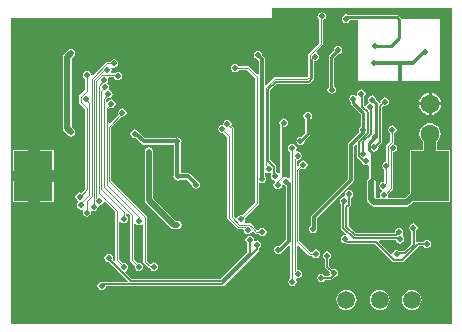
<source format=gbl>
G04 Layer_Physical_Order=2*
G04 Layer_Color=16711680*
%FSLAX25Y25*%
%MOIN*%
G70*
G01*
G75*
%ADD32C,0.01000*%
%ADD33C,0.00600*%
%ADD34C,0.00400*%
%ADD35C,0.01200*%
%ADD37C,0.01402*%
%ADD38C,0.02000*%
%ADD40C,0.00492*%
%ADD42C,0.00500*%
%ADD54C,0.06299*%
%ADD55C,0.05906*%
%ADD56C,0.01969*%
%ADD57R,0.12598X0.16535*%
%ADD58C,0.03937*%
%ADD59R,0.01500X0.03581*%
G36*
X146868Y-2764D02*
X1Y-2764D01*
Y99366D01*
X86862D01*
X86862Y102648D01*
X146868D01*
Y-2764D01*
D02*
G37*
%LPC*%
G36*
X14203Y46106D02*
X7904D01*
Y37838D01*
X14203D01*
Y46106D01*
D02*
G37*
G36*
X6904D02*
X605D01*
Y37838D01*
X6904D01*
Y46106D01*
D02*
G37*
G36*
X112692Y41929D02*
X112152Y41822D01*
X111694Y41516D01*
X111388Y41058D01*
X111281Y40518D01*
X111362Y40112D01*
X111120Y39776D01*
X110988Y39676D01*
X110931Y39687D01*
X110391Y39580D01*
X109933Y39274D01*
X109627Y38816D01*
X109520Y38276D01*
X109627Y37736D01*
X109933Y37278D01*
X110104Y37164D01*
Y29199D01*
X110159Y28926D01*
X110313Y28694D01*
X111606Y27402D01*
X111360Y26941D01*
X111266Y26959D01*
X110726Y26852D01*
X110268Y26546D01*
X109962Y26088D01*
X109855Y25548D01*
X109962Y25008D01*
X110268Y24550D01*
X110726Y24244D01*
X111266Y24137D01*
X111623Y24208D01*
X111777Y24105D01*
X112050Y24050D01*
X121301D01*
X127256Y18095D01*
X127488Y17941D01*
X127761Y17886D01*
X130436D01*
X130709Y17941D01*
X130941Y18095D01*
X136058Y23212D01*
X137328D01*
X137541Y22894D01*
X137999Y22588D01*
X138539Y22481D01*
X139079Y22588D01*
X139537Y22894D01*
X139843Y23352D01*
X139950Y23892D01*
X139843Y24432D01*
X139537Y24890D01*
X139079Y25196D01*
X138539Y25303D01*
X137999Y25196D01*
X137541Y24890D01*
X137374Y24640D01*
X135762D01*
X135489Y24585D01*
X135384Y24515D01*
X134884Y24703D01*
Y28197D01*
X135150Y28375D01*
X135456Y28833D01*
X135563Y29373D01*
X135456Y29913D01*
X135150Y30371D01*
X134692Y30677D01*
X134152Y30784D01*
X133612Y30677D01*
X133154Y30371D01*
X132848Y29913D01*
X132741Y29373D01*
X132848Y28833D01*
X133154Y28375D01*
X133456Y28173D01*
Y24044D01*
X131091Y21679D01*
X129461D01*
X129157Y21882D01*
X128617Y21989D01*
X128077Y21882D01*
X127619Y21576D01*
X127313Y21118D01*
X127254Y20823D01*
X126720Y20650D01*
X122694Y24676D01*
X122885Y25138D01*
X128186D01*
X128223Y24950D01*
X128529Y24492D01*
X128987Y24186D01*
X129527Y24079D01*
X130067Y24186D01*
X130525Y24492D01*
X130831Y24950D01*
X130938Y25490D01*
X130831Y26030D01*
X130525Y26488D01*
X130512Y26496D01*
X130494Y27110D01*
X130715Y27441D01*
X130822Y27981D01*
X130715Y28521D01*
X130409Y28979D01*
X129951Y29285D01*
X129411Y29392D01*
X128871Y29285D01*
X128413Y28979D01*
X128107Y28521D01*
X128000Y27981D01*
X127572Y27566D01*
X114875D01*
X112532Y29909D01*
Y35974D01*
X113120Y36563D01*
X113275Y36794D01*
X113329Y37067D01*
Y39279D01*
X113690Y39520D01*
X113996Y39978D01*
X114103Y40518D01*
X113996Y41058D01*
X113690Y41516D01*
X113232Y41822D01*
X112692Y41929D01*
D02*
G37*
G36*
X6904Y55374D02*
X605D01*
Y47106D01*
X6904D01*
Y55374D01*
D02*
G37*
G36*
X41227Y62128D02*
X40687Y62021D01*
X40229Y61715D01*
X39923Y61257D01*
X39816Y60717D01*
X39923Y60177D01*
X40229Y59719D01*
X40687Y59413D01*
X41227Y59306D01*
X41464Y59353D01*
X43509Y57307D01*
X43874Y57064D01*
X44303Y56979D01*
X54313D01*
Y47104D01*
X54250Y47010D01*
X54143Y46470D01*
X54250Y45930D01*
X54556Y45472D01*
X55014Y45166D01*
X55554Y45059D01*
X56094Y45166D01*
X56366Y45348D01*
X58526D01*
X60268Y43606D01*
X60347Y43207D01*
X60653Y42749D01*
X61111Y42443D01*
X61651Y42336D01*
X62191Y42443D01*
X62649Y42749D01*
X62955Y43207D01*
X63062Y43747D01*
X62955Y44287D01*
X62649Y44745D01*
X62191Y45051D01*
X61949Y45099D01*
X59785Y47264D01*
X59421Y47507D01*
X58991Y47592D01*
X56557D01*
Y57289D01*
X56739Y57561D01*
X56846Y58101D01*
X56739Y58641D01*
X56433Y59099D01*
X55975Y59405D01*
X55435Y59512D01*
X54895Y59405D01*
X54623Y59223D01*
X44768D01*
X42481Y61511D01*
X42265Y61654D01*
X42225Y61715D01*
X41767Y62021D01*
X41227Y62128D01*
D02*
G37*
G36*
X122878Y8700D02*
X122003Y8584D01*
X121187Y8247D01*
X120487Y7709D01*
X119949Y7009D01*
X119612Y6193D01*
X119496Y5318D01*
X119612Y4443D01*
X119949Y3627D01*
X120487Y2927D01*
X121187Y2389D01*
X122003Y2052D01*
X122878Y1936D01*
X123753Y2052D01*
X124569Y2389D01*
X125269Y2927D01*
X125807Y3627D01*
X126145Y4443D01*
X126260Y5318D01*
X126145Y6193D01*
X125807Y7009D01*
X125269Y7709D01*
X124569Y8247D01*
X123753Y8584D01*
X122878Y8700D01*
D02*
G37*
G36*
X111783D02*
X110908Y8584D01*
X110092Y8247D01*
X109392Y7709D01*
X108854Y7009D01*
X108517Y6193D01*
X108401Y5318D01*
X108517Y4443D01*
X108854Y3627D01*
X109392Y2927D01*
X110092Y2389D01*
X110908Y2052D01*
X111783Y1936D01*
X112658Y2052D01*
X113474Y2389D01*
X114174Y2927D01*
X114712Y3627D01*
X115050Y4443D01*
X115165Y5318D01*
X115050Y6193D01*
X114712Y7009D01*
X114174Y7709D01*
X113474Y8247D01*
X112658Y8584D01*
X111783Y8700D01*
D02*
G37*
G36*
X133553D02*
X132678Y8584D01*
X131862Y8247D01*
X131162Y7709D01*
X130624Y7009D01*
X130287Y6193D01*
X130171Y5318D01*
X130287Y4443D01*
X130624Y3627D01*
X131162Y2927D01*
X131862Y2389D01*
X132678Y2052D01*
X133553Y1936D01*
X134428Y2052D01*
X135244Y2389D01*
X135944Y2927D01*
X136482Y3627D01*
X136820Y4443D01*
X136935Y5318D01*
X136820Y6193D01*
X136482Y7009D01*
X135944Y7709D01*
X135244Y8247D01*
X134428Y8584D01*
X133553Y8700D01*
D02*
G37*
G36*
X45968Y56188D02*
X45422Y56080D01*
X44959Y55770D01*
X44649Y55307D01*
X44541Y54761D01*
Y38554D01*
X44541Y38554D01*
X44649Y38008D01*
X44959Y37545D01*
X53214Y29290D01*
X53214Y29290D01*
X53677Y28980D01*
X54223Y28872D01*
X55491D01*
X56037Y28980D01*
X56500Y29290D01*
X56810Y29753D01*
X56918Y30299D01*
X56810Y30845D01*
X56500Y31308D01*
X56037Y31618D01*
X55491Y31726D01*
X54814D01*
X47395Y39145D01*
Y54741D01*
X47399Y54761D01*
X47292Y55301D01*
X46986Y55759D01*
X46984Y55760D01*
X46977Y55770D01*
X46514Y56080D01*
X45968Y56188D01*
D02*
G37*
G36*
X105313Y21476D02*
X104773Y21369D01*
X104315Y21063D01*
X104009Y20605D01*
X103902Y20065D01*
X104009Y19525D01*
X104315Y19067D01*
X104650Y18843D01*
Y16379D01*
X104701Y16125D01*
X104844Y15910D01*
X106184Y14571D01*
X106112Y14210D01*
X106177Y13880D01*
X105896Y13440D01*
X105812Y13380D01*
X104629D01*
X104468Y13621D01*
X104010Y13927D01*
X103470Y14034D01*
X102930Y13927D01*
X102472Y13621D01*
X102166Y13163D01*
X102059Y12623D01*
X102166Y12083D01*
X102472Y11625D01*
X102930Y11319D01*
X103470Y11212D01*
X104010Y11319D01*
X104468Y11625D01*
X104755Y12054D01*
X106533D01*
X106787Y12105D01*
X107002Y12248D01*
X107559Y12806D01*
X108063Y12906D01*
X108521Y13212D01*
X108827Y13670D01*
X108934Y14210D01*
X108827Y14750D01*
X108521Y15208D01*
X108063Y15514D01*
X107523Y15621D01*
X107093Y15536D01*
X105976Y16654D01*
Y18843D01*
X106311Y19067D01*
X106617Y19525D01*
X106724Y20065D01*
X106617Y20605D01*
X106311Y21063D01*
X105853Y21369D01*
X105313Y21476D01*
D02*
G37*
G36*
X14203Y55374D02*
X7904D01*
Y47106D01*
X14203D01*
Y55374D01*
D02*
G37*
G36*
X103535Y101183D02*
X102995Y101076D01*
X102537Y100770D01*
X102231Y100312D01*
X102124Y99772D01*
X102231Y99232D01*
X102537Y98774D01*
X102713Y98657D01*
Y90942D01*
X99116Y87345D01*
X98926Y86885D01*
Y79943D01*
X98520Y79538D01*
X87872D01*
X87413Y79347D01*
X85157Y77091D01*
X84695Y77283D01*
Y85647D01*
X84617Y86037D01*
X84396Y86368D01*
X83742Y87022D01*
X83673Y87369D01*
X83367Y87827D01*
X82909Y88133D01*
X82369Y88240D01*
X81829Y88133D01*
X81371Y87827D01*
X81065Y87369D01*
X80958Y86829D01*
X81065Y86289D01*
X81371Y85831D01*
X81829Y85525D01*
X82369Y85418D01*
X82656Y85017D01*
Y80626D01*
X82156Y80419D01*
X79402Y83173D01*
X79188Y83316D01*
X78936Y83366D01*
X78936Y83366D01*
X75863D01*
X75652Y83681D01*
X75194Y83987D01*
X74654Y84094D01*
X74114Y83987D01*
X73656Y83681D01*
X73350Y83223D01*
X73243Y82683D01*
X73350Y82143D01*
X73656Y81685D01*
X74114Y81379D01*
X74654Y81272D01*
X75194Y81379D01*
X75652Y81685D01*
X75895Y82048D01*
X78663D01*
X81287Y79424D01*
Y37769D01*
X76972Y33453D01*
X76555Y33536D01*
X76015Y33429D01*
X75557Y33123D01*
X75311Y32754D01*
X74766Y32592D01*
X74168Y33189D01*
Y62547D01*
X73978Y63006D01*
X73467Y63517D01*
X73553Y63952D01*
X73446Y64492D01*
X73140Y64950D01*
X72682Y65256D01*
X72142Y65363D01*
X71602Y65256D01*
X71144Y64950D01*
X70838Y64492D01*
X70731Y63952D01*
X70365Y63643D01*
X69947Y63560D01*
X69489Y63254D01*
X69183Y62796D01*
X69076Y62256D01*
X69183Y61716D01*
X69489Y61258D01*
X69947Y60952D01*
X70487Y60845D01*
X70783Y60904D01*
X72070Y59617D01*
Y32589D01*
X72260Y32130D01*
X75245Y29145D01*
X75704Y28955D01*
X77266D01*
X77537Y28625D01*
X77644Y28085D01*
X77950Y27627D01*
X78408Y27321D01*
X78948Y27214D01*
X79488Y27321D01*
X79946Y27627D01*
X80192Y27995D01*
X80737Y28157D01*
X81359Y27536D01*
X81818Y27346D01*
X82556D01*
X82814Y26960D01*
X83272Y26654D01*
X83812Y26547D01*
X84352Y26654D01*
X84810Y26960D01*
X85116Y27418D01*
X85223Y27958D01*
X85116Y28498D01*
X84810Y28956D01*
X84352Y29262D01*
X83812Y29369D01*
X83272Y29262D01*
X82814Y28956D01*
X82606Y28644D01*
X82087D01*
X80992Y29740D01*
X80992Y29740D01*
X79869Y30863D01*
X79409Y31053D01*
X78105D01*
X77838Y31553D01*
X77859Y31585D01*
X77966Y32125D01*
X77890Y32509D01*
X82412Y37030D01*
X82412Y37030D01*
X82555Y37244D01*
X82605Y37496D01*
Y44158D01*
X83105Y44425D01*
X83183Y44373D01*
X83723Y44266D01*
X84263Y44373D01*
X84721Y44679D01*
X85027Y45137D01*
X85134Y45677D01*
X85027Y46217D01*
X84721Y46675D01*
X84695Y46692D01*
Y47752D01*
X84968Y47888D01*
X85195Y47944D01*
X85604Y47671D01*
X86144Y47564D01*
X86509Y47636D01*
X86826Y47210D01*
X86719Y47050D01*
X86612Y46510D01*
X86719Y45970D01*
X87025Y45512D01*
X87483Y45206D01*
X87770Y45149D01*
X87888Y44626D01*
X87582Y44168D01*
X87475Y43628D01*
X87582Y43088D01*
X87888Y42630D01*
X88346Y42324D01*
X88886Y42217D01*
X89426Y42324D01*
X89884Y42630D01*
X90190Y43088D01*
X90289Y43586D01*
X90431Y43664D01*
X90674Y43729D01*
X90782Y43753D01*
X91234Y43451D01*
X91513Y43396D01*
Y27888D01*
X91518Y27863D01*
X91517Y27857D01*
Y25386D01*
X89483Y23351D01*
X89096Y23428D01*
X88556Y23321D01*
X88098Y23015D01*
X87792Y22557D01*
X87685Y22017D01*
X87792Y21477D01*
X88098Y21019D01*
X88556Y20713D01*
X89096Y20606D01*
X89636Y20713D01*
X90094Y21019D01*
X90253Y21258D01*
X90311Y21296D01*
X92649Y23634D01*
X93111Y23442D01*
Y12555D01*
X92816Y12358D01*
X92510Y11900D01*
X92403Y11360D01*
X92510Y10820D01*
X92816Y10362D01*
X93274Y10056D01*
X93814Y9949D01*
X94354Y10056D01*
X94812Y10362D01*
X95118Y10820D01*
X95225Y11360D01*
X95118Y11900D01*
X95015Y12055D01*
X95315Y12505D01*
X95532Y12462D01*
X96072Y12569D01*
X96530Y12875D01*
X96836Y13333D01*
X96943Y13873D01*
X96836Y14413D01*
X96530Y14871D01*
X96072Y15177D01*
X95532Y15284D01*
X95209Y15549D01*
Y23450D01*
X95671Y23641D01*
X99047Y20266D01*
X99506Y20076D01*
X100372D01*
X100627Y19694D01*
X101085Y19388D01*
X101625Y19281D01*
X102165Y19388D01*
X102623Y19694D01*
X102929Y20152D01*
X103036Y20692D01*
X102929Y21232D01*
X102623Y21690D01*
X102165Y21996D01*
X101625Y22103D01*
X101085Y21996D01*
X100627Y21690D01*
X100416Y21374D01*
X99775D01*
X96009Y25140D01*
Y48412D01*
X96756Y49159D01*
X96909Y49057D01*
X97449Y48950D01*
X97989Y49057D01*
X98447Y49363D01*
X98753Y49821D01*
X98860Y50361D01*
X98753Y50901D01*
X98447Y51359D01*
X97989Y51665D01*
X97449Y51772D01*
X96909Y51665D01*
X96451Y51359D01*
X96145Y50901D01*
X96038Y50361D01*
X96052Y50291D01*
X95671Y49911D01*
X95209Y50102D01*
Y51707D01*
X95519Y51961D01*
X96059Y52068D01*
X96517Y52374D01*
X96823Y52832D01*
X96930Y53372D01*
X96823Y53912D01*
X96517Y54370D01*
X96059Y54676D01*
X95519Y54783D01*
X95240Y54728D01*
X94940Y55178D01*
X95064Y55364D01*
X95171Y55904D01*
X95064Y56444D01*
X94758Y56902D01*
X94300Y57208D01*
X93760Y57315D01*
X93220Y57208D01*
X92762Y56902D01*
X92456Y56444D01*
X92349Y55904D01*
X92456Y55364D01*
X92762Y54906D01*
X93111Y54673D01*
Y46082D01*
X93102Y46074D01*
X92611Y45861D01*
X92314Y46059D01*
X91774Y46166D01*
X91272Y46067D01*
X91226Y46079D01*
X91162Y46113D01*
X90810Y46377D01*
Y62947D01*
X90860Y62988D01*
X91400Y63095D01*
X91858Y63401D01*
X92164Y63859D01*
X92271Y64399D01*
X92164Y64939D01*
X91858Y65397D01*
X91400Y65703D01*
X90860Y65810D01*
X90320Y65703D01*
X89862Y65397D01*
X89556Y64939D01*
X89449Y64399D01*
X89556Y63859D01*
X89569Y63839D01*
X89512Y63700D01*
Y47674D01*
X89021Y47508D01*
X88563Y47814D01*
X88441Y47838D01*
Y49652D01*
X88390Y49905D01*
X88247Y50121D01*
X86388Y51979D01*
Y75265D01*
X88499Y77376D01*
X99178D01*
X99432Y77426D01*
X99647Y77570D01*
X100894Y78816D01*
X101037Y79031D01*
X101088Y79285D01*
Y84781D01*
X101278Y84937D01*
X101818Y85044D01*
X102276Y85350D01*
X102582Y85808D01*
X102689Y86348D01*
X102582Y86888D01*
X102276Y87346D01*
X101907Y87592D01*
X101745Y88137D01*
X103821Y90213D01*
X104011Y90672D01*
Y98455D01*
X104075Y98468D01*
X104533Y98774D01*
X104839Y99232D01*
X104946Y99772D01*
X104839Y100312D01*
X104533Y100770D01*
X104075Y101076D01*
X103535Y101183D01*
D02*
G37*
G36*
X116752Y75480D02*
X116212Y75373D01*
X115754Y75067D01*
X115448Y74609D01*
X115341Y74069D01*
X115422Y73658D01*
X115065Y73356D01*
X115016Y73334D01*
X114680Y73558D01*
X114140Y73665D01*
X113600Y73558D01*
X113142Y73252D01*
X112836Y72794D01*
X112729Y72254D01*
X112836Y71714D01*
X113142Y71256D01*
X113222Y71202D01*
Y70898D01*
X113292Y70547D01*
X113491Y70249D01*
X116518Y67222D01*
Y63159D01*
X116325Y63030D01*
X116019Y62572D01*
X115912Y62032D01*
X116019Y61492D01*
X116145Y61304D01*
X112492Y57652D01*
X112271Y57321D01*
X112193Y56931D01*
Y45620D01*
X100166Y33593D01*
X99945Y33262D01*
X99867Y32872D01*
Y30187D01*
X99687Y30066D01*
X99381Y29608D01*
X99274Y29068D01*
X99381Y28528D01*
X99687Y28070D01*
X100145Y27764D01*
X100685Y27657D01*
X101225Y27764D01*
X101683Y28070D01*
X101989Y28528D01*
X102096Y29068D01*
X101989Y29608D01*
X101907Y29731D01*
Y32450D01*
X113934Y44477D01*
X114155Y44808D01*
X114233Y45198D01*
Y56508D01*
X114726Y57002D01*
X115188Y56810D01*
Y53376D01*
X115238Y53123D01*
X115382Y52908D01*
X116904Y51385D01*
X116986Y50975D01*
X117292Y50517D01*
X117750Y50211D01*
X118290Y50104D01*
X118757Y50196D01*
X119219Y50003D01*
X119257Y49983D01*
Y45703D01*
X119083Y45586D01*
X118773Y45123D01*
X118665Y44577D01*
Y38784D01*
X118665Y38784D01*
X118773Y38238D01*
X119083Y37775D01*
X120038Y36819D01*
X120038Y36819D01*
X120501Y36510D01*
X121047Y36401D01*
X121047Y36401D01*
X131853D01*
X131853Y36401D01*
X132399Y36510D01*
X132862Y36819D01*
X133981Y37938D01*
X146347D01*
Y55274D01*
X142115D01*
Y58033D01*
X142232Y58122D01*
X142801Y58864D01*
X143158Y59727D01*
X143280Y60654D01*
X143158Y61581D01*
X142801Y62444D01*
X142232Y63186D01*
X141490Y63755D01*
X140627Y64112D01*
X139700Y64234D01*
X138773Y64112D01*
X137910Y63755D01*
X137168Y63186D01*
X136599Y62444D01*
X136242Y61581D01*
X136120Y60654D01*
X136242Y59727D01*
X136599Y58864D01*
X137168Y58122D01*
X137285Y58033D01*
Y55274D01*
X132949D01*
Y40944D01*
X131262Y39256D01*
X125915D01*
X125636Y39734D01*
X125639Y39756D01*
X125742Y40277D01*
X125700Y40488D01*
X127230Y42018D01*
X127420Y42477D01*
Y54452D01*
X127733Y54514D01*
X128191Y54820D01*
X128497Y55278D01*
X128604Y55818D01*
X128497Y56358D01*
X128191Y56816D01*
X127822Y57062D01*
X127714Y57196D01*
X127591Y57660D01*
X127695Y57911D01*
Y60780D01*
X128150Y61084D01*
X128456Y61542D01*
X128563Y62082D01*
X128456Y62622D01*
X128150Y63080D01*
X127692Y63386D01*
X127152Y63493D01*
X126612Y63386D01*
X126154Y63080D01*
X125848Y62622D01*
X125741Y62082D01*
X125848Y61542D01*
X126154Y61084D01*
X126397Y60922D01*
Y58180D01*
X125140Y56924D01*
X124950Y56464D01*
Y51303D01*
X124604Y51234D01*
X124146Y50928D01*
X123840Y50470D01*
X123733Y49930D01*
X123840Y49390D01*
X124146Y48932D01*
X124379Y48777D01*
Y44897D01*
X124139Y44700D01*
X123599Y44593D01*
X123141Y44287D01*
X122835Y43829D01*
X122728Y43289D01*
X122835Y42749D01*
X123141Y42291D01*
X123566Y42007D01*
X123608Y41800D01*
X123625Y41470D01*
X123333Y41275D01*
X123027Y40817D01*
X122920Y40277D01*
X123023Y39756D01*
X123026Y39734D01*
X122747Y39256D01*
X121639D01*
X121519Y39375D01*
Y44577D01*
X121411Y45123D01*
X121101Y45586D01*
X121092Y45593D01*
Y54246D01*
X121117Y54466D01*
X121530Y54804D01*
X121686Y54835D01*
X122144Y55141D01*
X122450Y55599D01*
X122557Y56139D01*
X122458Y56640D01*
X123402Y57584D01*
X123545Y57799D01*
X123596Y58053D01*
Y69521D01*
X124161Y70086D01*
X124556Y70008D01*
X125096Y70115D01*
X125554Y70421D01*
X125860Y70879D01*
X125967Y71419D01*
X125860Y71959D01*
X125554Y72417D01*
X125096Y72723D01*
X124556Y72830D01*
X124016Y72723D01*
X123558Y72417D01*
X123252Y71959D01*
X123145Y71419D01*
X123198Y71149D01*
X122935Y70909D01*
X122454Y71116D01*
X122415Y71313D01*
X122216Y71611D01*
X121792Y72035D01*
X121793Y72044D01*
X121686Y72584D01*
X121380Y73042D01*
X120922Y73348D01*
X120382Y73455D01*
X119842Y73348D01*
X119384Y73042D01*
X119078Y72584D01*
X118971Y72044D01*
X119078Y71504D01*
X119222Y71289D01*
X119149Y70801D01*
X119056Y70705D01*
X118685Y70457D01*
X118448Y70102D01*
X117955Y70096D01*
X117745Y70318D01*
Y73067D01*
X117750Y73071D01*
X118056Y73529D01*
X118163Y74069D01*
X118056Y74609D01*
X117750Y75067D01*
X117292Y75373D01*
X116752Y75480D01*
D02*
G37*
G36*
X111693Y100451D02*
X111153Y100344D01*
X110695Y100038D01*
X110389Y99580D01*
X110282Y99040D01*
X110389Y98500D01*
X110695Y98042D01*
X111153Y97736D01*
X111693Y97629D01*
X112233Y97736D01*
X112691Y98042D01*
X112997Y98500D01*
X113001Y98522D01*
X115520D01*
X115520Y78105D01*
X142833Y78105D01*
X142833Y98796D01*
X130210D01*
X130166Y99019D01*
X129967Y99317D01*
X129195Y100089D01*
X128897Y100288D01*
X128546Y100358D01*
X112164D01*
X111693Y100451D01*
D02*
G37*
G36*
X109022Y89955D02*
X108482Y89848D01*
X108024Y89542D01*
X107718Y89084D01*
X107611Y88544D01*
X107617Y88510D01*
X106156Y87049D01*
X105957Y86751D01*
X105887Y86400D01*
Y76432D01*
X105868Y76419D01*
X105562Y75961D01*
X105455Y75421D01*
X105562Y74881D01*
X105868Y74423D01*
X106326Y74117D01*
X106866Y74010D01*
X107406Y74117D01*
X107864Y74423D01*
X108170Y74881D01*
X108277Y75421D01*
X108170Y75961D01*
X107864Y76419D01*
X107723Y76513D01*
Y86020D01*
X108866Y87164D01*
X109022Y87133D01*
X109562Y87240D01*
X110020Y87546D01*
X110326Y88004D01*
X110433Y88544D01*
X110326Y89084D01*
X110020Y89542D01*
X109562Y89848D01*
X109022Y89955D01*
D02*
G37*
G36*
X34347Y85510D02*
X33807Y85403D01*
X33349Y85097D01*
X33116Y84748D01*
X32000D01*
X31541Y84558D01*
X27166Y80183D01*
X26980Y80215D01*
X26656Y80380D01*
X26571Y80807D01*
X26265Y81265D01*
X25807Y81571D01*
X25267Y81678D01*
X24727Y81571D01*
X24269Y81265D01*
X23963Y80807D01*
X23856Y80267D01*
X23963Y79727D01*
X24269Y79269D01*
X24618Y79036D01*
Y75322D01*
X22751Y73455D01*
X22561Y72996D01*
Y71263D01*
X22751Y70804D01*
X24582Y68973D01*
Y42393D01*
X23229Y41040D01*
X22831Y41119D01*
X22291Y41012D01*
X21833Y40706D01*
X21527Y40248D01*
X21420Y39708D01*
X21527Y39168D01*
X21833Y38710D01*
X22291Y38404D01*
X22326Y38397D01*
X22431Y37866D01*
X22323Y37794D01*
X22017Y37336D01*
X21910Y36796D01*
X22017Y36256D01*
X22323Y35798D01*
X22781Y35492D01*
X23321Y35385D01*
X23655Y35451D01*
X23956Y35001D01*
X23935Y34970D01*
X23828Y34430D01*
X23935Y33890D01*
X24241Y33432D01*
X24699Y33126D01*
X25239Y33019D01*
X25779Y33126D01*
X26237Y33432D01*
X26543Y33890D01*
X26650Y34430D01*
X26594Y34715D01*
X26778Y34891D01*
X27036Y35055D01*
X27504Y34962D01*
X28044Y35069D01*
X28502Y35375D01*
X28808Y35833D01*
X28915Y36373D01*
X29351Y36748D01*
X29477Y36723D01*
X30017Y36830D01*
X30475Y37136D01*
X30781Y37594D01*
X30849Y37938D01*
X31358Y38135D01*
X31360D01*
X34746Y34749D01*
Y18622D01*
X34774Y18554D01*
X34350Y18271D01*
X33878Y18742D01*
X33976Y19235D01*
X33869Y19775D01*
X33563Y20233D01*
X33105Y20539D01*
X32565Y20646D01*
X32025Y20539D01*
X31567Y20233D01*
X31261Y19775D01*
X31154Y19235D01*
X31261Y18695D01*
X31567Y18237D01*
X32025Y17931D01*
X32565Y17824D01*
X32743Y17859D01*
X38936Y11666D01*
X38745Y11204D01*
X30884D01*
X30732Y11305D01*
X30192Y11412D01*
X29652Y11305D01*
X29194Y10999D01*
X28888Y10541D01*
X28781Y10001D01*
X28888Y9461D01*
X29194Y9003D01*
X29652Y8697D01*
X30192Y8590D01*
X30732Y8697D01*
X31190Y9003D01*
X31496Y9461D01*
X31559Y9776D01*
X70412D01*
X70685Y9831D01*
X70917Y9985D01*
X82567Y21635D01*
X82721Y21867D01*
X82776Y22140D01*
Y22554D01*
X83060Y22744D01*
X83366Y23202D01*
X83473Y23742D01*
X83366Y24282D01*
X83060Y24740D01*
X82602Y25046D01*
X82062Y25153D01*
X81522Y25046D01*
X81373Y24947D01*
X80923Y25247D01*
X80936Y25313D01*
X80829Y25853D01*
X80523Y26311D01*
X80065Y26617D01*
X79525Y26724D01*
X78985Y26617D01*
X78527Y26311D01*
X78221Y25853D01*
X78114Y25313D01*
X78221Y24773D01*
X78527Y24315D01*
X78811Y24125D01*
Y21313D01*
X69870Y12371D01*
X40249D01*
X38045Y14575D01*
X38101Y14759D01*
X38246Y15081D01*
X38645Y15348D01*
X38951Y15806D01*
X39058Y16346D01*
X38951Y16886D01*
X38645Y17344D01*
X38187Y17650D01*
X37647Y17757D01*
X37256Y17680D01*
X36044Y18891D01*
Y31356D01*
X36544Y31508D01*
X36650Y31350D01*
X37108Y31044D01*
X37648Y30937D01*
X38188Y31044D01*
X38646Y31350D01*
X38952Y31808D01*
X39059Y32348D01*
X38952Y32888D01*
X38646Y33346D01*
X38303Y33575D01*
X38318Y34047D01*
X38795Y34244D01*
X39589Y33451D01*
Y18670D01*
X39589Y18670D01*
X39639Y18418D01*
X39782Y18205D01*
X41263Y16724D01*
X41188Y16346D01*
X41295Y15806D01*
X41601Y15348D01*
X42059Y15042D01*
X42599Y14935D01*
X43139Y15042D01*
X43597Y15348D01*
X43903Y15806D01*
X44010Y16346D01*
X43903Y16886D01*
X43597Y17344D01*
X43139Y17650D01*
X42599Y17757D01*
X42176Y17673D01*
X40906Y18943D01*
Y30896D01*
X41406Y31041D01*
X41630Y30706D01*
X42088Y30400D01*
X42628Y30293D01*
X43168Y30400D01*
X43626Y30706D01*
X43648Y30738D01*
X44148Y30587D01*
Y18097D01*
X44338Y17638D01*
X45987Y15989D01*
X46293Y15862D01*
X46299Y15831D01*
X46605Y15373D01*
X47063Y15067D01*
X47603Y14960D01*
X48143Y15067D01*
X48601Y15373D01*
X48907Y15831D01*
X49014Y16371D01*
X48907Y16911D01*
X48601Y17369D01*
X48143Y17675D01*
X47603Y17782D01*
X47063Y17675D01*
X46605Y17369D01*
X46458Y17355D01*
X45446Y18366D01*
Y32822D01*
X45256Y33282D01*
X33293Y45245D01*
Y62791D01*
X36879Y66378D01*
X37140Y66326D01*
X37680Y66433D01*
X38138Y66739D01*
X38444Y67197D01*
X38551Y67737D01*
X38444Y68277D01*
X38138Y68735D01*
X37680Y69041D01*
X37140Y69148D01*
X36600Y69041D01*
X36142Y68735D01*
X35836Y68277D01*
X35729Y67737D01*
X35836Y67197D01*
X35846Y67182D01*
X32954Y64290D01*
X32493Y64481D01*
Y68900D01*
X32972Y69380D01*
X33435Y69288D01*
X33975Y69395D01*
X34433Y69701D01*
X34739Y70159D01*
X34846Y70699D01*
X34739Y71239D01*
X34433Y71697D01*
X33975Y72003D01*
X33435Y72110D01*
X32895Y72003D01*
X32437Y71697D01*
X32156Y71276D01*
X32120Y71272D01*
X31656Y71578D01*
Y72152D01*
X32040Y72536D01*
X32440Y72457D01*
X32980Y72564D01*
X33438Y72870D01*
X33744Y73328D01*
X33851Y73868D01*
X33744Y74408D01*
X33438Y74866D01*
X32980Y75172D01*
X32921Y75184D01*
X32675Y75716D01*
X32782Y76256D01*
X32675Y76796D01*
X32369Y77254D01*
X32027Y77482D01*
Y77627D01*
X32333Y78084D01*
X32441Y78624D01*
X32354Y79060D01*
X32625Y79560D01*
X34251D01*
X34299Y79317D01*
X34605Y78859D01*
X35063Y78553D01*
X35603Y78446D01*
X36143Y78553D01*
X36601Y78859D01*
X36907Y79317D01*
X37014Y79857D01*
X36907Y80397D01*
X36601Y80855D01*
X36143Y81161D01*
X35603Y81268D01*
X35063Y81161D01*
X34611Y80859D01*
X33665D01*
X33394Y81353D01*
X33501Y81893D01*
X33394Y82433D01*
X33350Y82499D01*
X33710Y82860D01*
X33807Y82795D01*
X34347Y82688D01*
X34887Y82795D01*
X35345Y83101D01*
X35651Y83559D01*
X35758Y84099D01*
X35651Y84639D01*
X35345Y85097D01*
X34887Y85403D01*
X34347Y85510D01*
D02*
G37*
G36*
X140200Y74269D02*
Y71154D01*
X143315D01*
X143256Y71607D01*
X142888Y72495D01*
X142303Y73257D01*
X141541Y73842D01*
X140653Y74210D01*
X140200Y74269D01*
D02*
G37*
G36*
X19859Y88943D02*
X19313Y88835D01*
X18850Y88525D01*
X17733Y87408D01*
X17423Y86945D01*
X17315Y86399D01*
X17315Y86399D01*
Y62443D01*
X17315Y62443D01*
X17423Y61897D01*
X17733Y61434D01*
X19004Y60163D01*
X19467Y59853D01*
X20013Y59745D01*
X20559Y59853D01*
X21022Y60163D01*
X21332Y60626D01*
X21440Y61172D01*
X21332Y61718D01*
X21022Y62181D01*
X20978Y62226D01*
X20971Y62236D01*
X20961Y62243D01*
X20169Y63034D01*
Y85808D01*
X20868Y86507D01*
X21178Y86970D01*
X21286Y87516D01*
X21178Y88062D01*
X20868Y88525D01*
X20405Y88835D01*
X19859Y88943D01*
D02*
G37*
G36*
X98870Y68025D02*
X98330Y67918D01*
X97872Y67612D01*
X97566Y67154D01*
X97459Y66614D01*
X97566Y66074D01*
X97872Y65616D01*
X97914Y65588D01*
Y60939D01*
X96580Y59605D01*
X96485Y59623D01*
X95945Y59516D01*
X95487Y59210D01*
X95181Y58752D01*
X95074Y58212D01*
X95181Y57672D01*
X95487Y57214D01*
X95945Y56908D01*
X96485Y56801D01*
X97025Y56908D01*
X97483Y57214D01*
X97789Y57672D01*
X97896Y58212D01*
X97878Y58307D01*
X99481Y59910D01*
X99680Y60208D01*
X99750Y60559D01*
Y65537D01*
X99868Y65616D01*
X100174Y66074D01*
X100281Y66614D01*
X100174Y67154D01*
X99868Y67612D01*
X99410Y67918D01*
X98870Y68025D01*
D02*
G37*
G36*
X139200Y70154D02*
X136085D01*
X136144Y69701D01*
X136512Y68814D01*
X137097Y68051D01*
X137859Y67466D01*
X138747Y67098D01*
X139200Y67039D01*
Y70154D01*
D02*
G37*
G36*
Y74269D02*
X138747Y74210D01*
X137859Y73842D01*
X137097Y73257D01*
X136512Y72495D01*
X136144Y71607D01*
X136085Y71154D01*
X139200D01*
Y74269D01*
D02*
G37*
G36*
X143315Y70154D02*
X140200D01*
Y67039D01*
X140653Y67098D01*
X141541Y67466D01*
X142303Y68051D01*
X142888Y68814D01*
X143256Y69701D01*
X143315Y70154D01*
D02*
G37*
%LPD*%
D32*
X121283Y59571D02*
X121567Y59855D01*
X106805Y86400D02*
X108987Y88582D01*
X106805Y75630D02*
X106956Y75479D01*
X111693Y99040D02*
X111911D01*
Y99440D02*
X128546D01*
X121120Y89838D02*
X126665D01*
X129318Y92491D02*
Y98668D01*
X128546Y99440D02*
X129318Y98668D01*
X111885Y99456D02*
X111901Y99440D01*
X98832Y60559D02*
Y66614D01*
X120435Y72094D02*
X121567Y70962D01*
Y59855D02*
Y70962D01*
X117436Y62087D02*
Y67602D01*
X120174Y44654D02*
Y54446D01*
X119262Y55358D02*
X120174Y54446D01*
X114140Y70898D02*
X117436Y67602D01*
X114140Y70898D02*
Y72254D01*
X119262Y57566D02*
X121299Y59603D01*
X119262Y55358D02*
Y57566D01*
X120106Y44586D02*
X120174Y44654D01*
X126665Y89838D02*
X129318Y92491D01*
X96485Y58212D02*
X98832Y60559D01*
X106805Y75630D02*
Y86400D01*
D33*
X135762Y23926D02*
X138539D01*
X130436Y18600D02*
X135762Y23926D01*
X127761Y18600D02*
X130436D01*
X128593Y20544D02*
X129014Y20965D01*
X134170Y23748D02*
Y29355D01*
X131387Y20965D02*
X134170Y23748D01*
X129014Y20965D02*
X131387D01*
X134152Y29373D02*
X134170Y29355D01*
X112050Y24764D02*
X121597D01*
X111266Y25548D02*
X112050Y24764D01*
X121597D02*
X127761Y18600D01*
X111818Y29613D02*
Y36270D01*
Y29613D02*
X114579Y26852D01*
X128296D01*
X79525Y21017D02*
Y25313D01*
X70166Y11658D02*
X79525Y21017D01*
X39953Y11658D02*
X70166D01*
X32926Y18685D02*
X39953Y11658D01*
X32926Y18685D02*
Y19043D01*
X32686Y19283D02*
X32926Y19043D01*
X82062Y22140D02*
Y23742D01*
X70412Y10490D02*
X82062Y22140D01*
X30595Y10490D02*
X70412D01*
X30147Y10042D02*
X30595Y10490D01*
X114165Y25852D02*
X129279D01*
X129483Y25648D01*
X110818Y29199D02*
X114165Y25852D01*
X110818Y38291D02*
X110852Y38325D01*
X110818Y29199D02*
Y38291D01*
X111818Y36270D02*
X112615Y37067D01*
Y40514D01*
X128296Y26852D02*
X129418Y27974D01*
X112615Y40514D02*
X112685Y40584D01*
D34*
X70415Y62190D02*
X72719Y59886D01*
X88974Y43606D02*
Y45007D01*
X81818Y27995D02*
X83834D01*
X90161Y63700D02*
X90860Y64399D01*
X84875Y50244D02*
X86144Y48975D01*
X26031Y40186D02*
Y71018D01*
X23426Y37581D02*
X26031Y40186D01*
X22827Y39720D02*
X25231Y42124D01*
Y69242D01*
X25267Y75053D02*
Y80267D01*
X23210Y72996D02*
X25267Y75053D01*
X23210Y71263D02*
Y72996D01*
Y71263D02*
X25231Y69242D01*
X24941Y72108D02*
X26031Y71018D01*
X31358Y78624D02*
X31359D01*
X31029D02*
X31358D01*
X31359Y78625D01*
X27677Y78644D02*
X30926Y81893D01*
X32090D01*
X28477Y78313D02*
X30373Y80209D01*
X26831Y78930D02*
X32000Y84099D01*
X28477Y39111D02*
Y78313D01*
X30373Y80209D02*
X35354D01*
X27677Y36789D02*
Y78644D01*
X26831Y39769D02*
Y78930D01*
X32000Y84099D02*
X34347D01*
X31359Y78625D02*
X31359Y78624D01*
X35354Y80209D02*
X35521Y80042D01*
X33373Y70699D02*
X33435D01*
X31843Y69169D02*
X33373Y70699D01*
X125028Y44178D02*
Y49902D01*
X124139Y43289D02*
X125028Y44178D01*
X93760Y11457D02*
Y55904D01*
X94560Y14887D02*
Y52413D01*
X95360Y24871D02*
Y48681D01*
X94560Y52413D02*
X95519Y53372D01*
X93760Y11457D02*
X93815Y11402D01*
X25446Y38384D02*
X26831Y39769D01*
X25446Y34671D02*
Y38384D01*
X28477Y39111D02*
X29436Y38152D01*
X27396Y36508D02*
X27677Y36789D01*
X37140Y67557D02*
Y67737D01*
Y67557D02*
X37140Y67557D01*
X32643Y63060D02*
X37140Y67557D01*
X32643Y44976D02*
Y63060D01*
Y44976D02*
X44797Y32822D01*
X30151Y75036D02*
X31371Y76256D01*
X29351Y41062D02*
Y76699D01*
X99506Y20725D02*
X101597D01*
X95360Y24871D02*
X99506Y20725D01*
X94560Y14887D02*
X95514Y13933D01*
X97040Y50361D02*
X97449D01*
X95360Y48681D02*
X97040Y50361D01*
X46446Y16448D02*
X47576D01*
X44797Y18097D02*
X46446Y16448D01*
X35395Y18622D02*
X37594Y16423D01*
X37646Y32441D02*
Y34699D01*
X30151Y42194D02*
X37646Y34699D01*
X42547Y32338D02*
Y32832D01*
X31843Y43536D02*
X42547Y32832D01*
X37647Y16346D02*
X37865D01*
X37879Y16361D01*
X126771Y42477D02*
Y55503D01*
X124552Y40258D02*
X126771Y42477D01*
X72338Y63728D02*
Y63728D01*
X35395Y18622D02*
Y35018D01*
X29351Y41062D02*
X35395Y35018D01*
X29351Y76699D02*
X30810Y78158D01*
X30891D01*
X31843Y43536D02*
Y69169D01*
X30151Y42194D02*
Y75036D01*
X44797Y18097D02*
Y32822D01*
X125138Y49957D02*
X125599Y50418D01*
Y56464D01*
X127046Y57911D01*
X84875Y50244D02*
Y75892D01*
X103362Y90672D02*
Y99704D01*
X99575Y79674D02*
Y86885D01*
X103362Y90672D01*
X84875Y75892D02*
X87872Y78888D01*
X98789D01*
X99575Y79674D01*
X23426Y36788D02*
Y37581D01*
X103362Y99704D02*
X103537Y99879D01*
X72338Y63728D02*
X73519Y62547D01*
X30891Y78158D02*
X31358Y78624D01*
X73519Y32921D02*
X76035Y30404D01*
X73519Y32921D02*
Y62547D01*
X72719Y32589D02*
Y59886D01*
Y32589D02*
X75704Y29604D01*
X78025D01*
X78930Y28699D01*
X80532Y29281D02*
Y29281D01*
Y29281D02*
X81818Y27995D01*
X79409Y30404D02*
X80532Y29281D01*
X76035Y30404D02*
X79409D01*
X88974Y45007D02*
X90161Y46194D01*
Y63700D01*
X127046Y57911D02*
Y62257D01*
X126771Y55503D02*
X127184Y55916D01*
D35*
X117304Y61022D02*
Y62087D01*
X82281Y86931D02*
X82391D01*
X83675Y85647D01*
X83582Y45714D02*
X83675Y45807D01*
X91654Y44894D02*
X92533Y44015D01*
X113213Y56931D02*
X117304Y61022D01*
X113213Y45198D02*
Y56931D01*
X100887Y32872D02*
X113213Y45198D01*
X120842Y84237D02*
X134111D01*
X129695Y84052D02*
X129743Y84100D01*
X129695Y76478D02*
Y84052D01*
X92533Y27888D02*
Y44015D01*
X92537Y24964D02*
Y27857D01*
X89590Y22017D02*
X92537Y24964D01*
X89096Y22017D02*
X89590D01*
X83675Y45807D02*
Y85647D01*
X129695Y76478D02*
X133105Y73068D01*
X100887Y29324D02*
Y32872D01*
X100661Y29098D02*
X100887Y29324D01*
X134111Y84237D02*
X137996Y88122D01*
D37*
X58991Y46470D02*
X61693Y43768D01*
X55435Y46449D02*
Y58101D01*
Y46449D02*
X55538Y46346D01*
X55554Y46470D02*
X58991D01*
X44303Y58101D02*
X55435D01*
X41687Y60717D02*
X44303Y58101D01*
X41227Y60717D02*
X41687D01*
D38*
X18742Y62443D02*
X20013Y61172D01*
X131853Y37829D02*
X140023Y45999D01*
X45968Y38554D02*
Y54761D01*
X120092Y38784D02*
X121047Y37829D01*
X131853D01*
X18742Y86399D02*
X19859Y87516D01*
X18742Y62443D02*
Y86399D01*
X140023Y45999D02*
Y46228D01*
X120092Y38784D02*
Y44577D01*
X54223Y30299D02*
X55491D01*
X45968Y38554D02*
X54223Y30299D01*
D40*
X76565Y32115D02*
X81946Y37496D01*
X78936Y82707D02*
X81946Y79697D01*
Y37496D02*
Y79697D01*
X30997Y72425D02*
X32440Y73868D01*
X74663Y82707D02*
X78936D01*
X40248Y18670D02*
Y33724D01*
X30997Y42974D02*
Y72425D01*
Y42974D02*
X40248Y33724D01*
Y18670D02*
X42598Y16320D01*
D42*
X105313Y16379D02*
X107502Y14189D01*
X103533Y12761D02*
X103577Y12717D01*
X107502Y13687D02*
Y14189D01*
X106533Y12717D02*
X107502Y13687D01*
X103577Y12717D02*
X106533D01*
X107502Y14189D02*
X107523Y14210D01*
X117702Y51525D02*
X118309D01*
X116636Y74030D02*
X117082Y73584D01*
X87778Y46816D02*
Y49652D01*
X85725Y51705D02*
X87778Y49652D01*
Y46816D02*
X88025Y46569D01*
X122933Y69796D02*
X124556Y71419D01*
X122933Y58053D02*
Y69796D01*
X119735Y69479D02*
X119857Y69357D01*
Y60534D02*
Y69357D01*
X117485Y58162D02*
X119857Y60534D01*
X117082Y69749D02*
X118957Y67874D01*
X115851Y57801D02*
X118957Y60907D01*
Y67874D01*
X117485Y54053D02*
Y58162D01*
X115851Y53376D02*
Y57801D01*
Y53376D02*
X117702Y51525D01*
X117082Y69749D02*
Y73584D01*
X120961Y56081D02*
X122933Y58053D01*
X85725Y51705D02*
Y75539D01*
X100425Y79285D02*
Y85478D01*
X101270Y86323D01*
X85725Y75539D02*
X88224Y78038D01*
X99178D01*
X100425Y79285D01*
X105313Y16379D02*
Y20065D01*
X110916Y38261D02*
X110931Y38276D01*
D54*
X139700Y60654D02*
D03*
Y70654D02*
D03*
D55*
X111783Y5318D02*
D03*
X122878D02*
D03*
X133553D02*
D03*
D56*
X89859Y18517D02*
D03*
X86448Y23762D02*
D03*
X74995Y25036D02*
D03*
X76332Y27526D02*
D03*
X77543Y22502D02*
D03*
X72056Y27989D02*
D03*
X70350Y31606D02*
D03*
X66505Y29443D02*
D03*
X64423Y31686D02*
D03*
X58945D02*
D03*
X75822Y12787D02*
D03*
X82958Y12404D02*
D03*
X131902Y42247D02*
D03*
X114877Y38934D02*
D03*
X106476Y47514D02*
D03*
X108747Y50266D02*
D03*
X104350Y50383D02*
D03*
X102078Y47514D02*
D03*
X97403Y47485D02*
D03*
X110874Y47456D02*
D03*
X78977Y32091D02*
D03*
X97516Y39121D02*
D03*
X84009Y35660D02*
D03*
X87322Y36407D02*
D03*
X89967Y33720D02*
D03*
X96670Y10206D02*
D03*
X109223Y9460D02*
D03*
X128254Y5160D02*
D03*
X125288Y9423D02*
D03*
X117567Y12186D02*
D03*
X114253Y13910D02*
D03*
X120281Y9607D02*
D03*
X114234Y9588D02*
D03*
X141701Y32422D02*
D03*
X138193Y34400D02*
D03*
X136351Y26782D02*
D03*
X133873Y16262D02*
D03*
X113931Y30414D02*
D03*
X116955Y40694D02*
D03*
X103744Y39023D02*
D03*
X101110Y36495D02*
D03*
X108371Y36618D02*
D03*
X108782Y32329D02*
D03*
X109047Y27867D02*
D03*
X103420Y30793D02*
D03*
X101050Y26256D02*
D03*
X100980Y23313D02*
D03*
X132271Y25246D02*
D03*
X130878Y35238D02*
D03*
X131104Y32136D02*
D03*
X134336Y19513D02*
D03*
X131999Y27678D02*
D03*
X133184Y33040D02*
D03*
X134152Y29373D02*
D03*
X138539Y23892D02*
D03*
X111266Y25548D02*
D03*
X88359Y27695D02*
D03*
X84220Y21912D02*
D03*
X78060Y61592D02*
D03*
X75394Y61603D02*
D03*
X142685Y27298D02*
D03*
Y13912D02*
D03*
Y526D02*
D03*
X139339Y20605D02*
D03*
X135992Y13912D02*
D03*
X139339Y7219D02*
D03*
X135992Y526D02*
D03*
X129299Y67456D02*
D03*
Y526D02*
D03*
X122606D02*
D03*
X115913D02*
D03*
X109220D02*
D03*
X105874Y33991D02*
D03*
Y7219D02*
D03*
X102527Y526D02*
D03*
X99181Y7219D02*
D03*
X95835Y526D02*
D03*
X92488Y7219D02*
D03*
X89142Y526D02*
D03*
X82449Y94227D02*
D03*
X85795Y7219D02*
D03*
X82449Y526D02*
D03*
X79102Y7219D02*
D03*
X75756Y526D02*
D03*
X72409Y7219D02*
D03*
X69063Y526D02*
D03*
X65716Y7219D02*
D03*
X62370Y526D02*
D03*
X59024Y7219D02*
D03*
X55677Y526D02*
D03*
X48984D02*
D03*
X42291Y40684D02*
D03*
Y526D02*
D03*
X35598D02*
D03*
X28905Y27298D02*
D03*
Y13912D02*
D03*
Y526D02*
D03*
X22213Y94227D02*
D03*
Y80841D02*
D03*
Y67456D02*
D03*
Y54070D02*
D03*
Y27298D02*
D03*
Y13912D02*
D03*
Y526D02*
D03*
X15520Y94227D02*
D03*
Y80841D02*
D03*
Y67456D02*
D03*
Y54070D02*
D03*
Y40684D02*
D03*
Y27298D02*
D03*
X18866Y20605D02*
D03*
X15520Y13912D02*
D03*
X18866Y7219D02*
D03*
X15520Y526D02*
D03*
X8827Y94227D02*
D03*
X12173Y87534D02*
D03*
X8827Y80841D02*
D03*
X12173Y74148D02*
D03*
X8827Y67456D02*
D03*
X12173Y60763D02*
D03*
Y33991D02*
D03*
X8827Y27298D02*
D03*
X12173Y20605D02*
D03*
X8827Y13912D02*
D03*
X12173Y7219D02*
D03*
X8827Y526D02*
D03*
X2134Y94227D02*
D03*
X5480Y87534D02*
D03*
X2134Y80841D02*
D03*
X5480Y74148D02*
D03*
X2134Y67456D02*
D03*
X5480Y60763D02*
D03*
X2134Y27298D02*
D03*
X5480Y20605D02*
D03*
X2134Y13912D02*
D03*
X5480Y7219D02*
D03*
X2134Y526D02*
D03*
X126549Y101514D02*
D03*
X120744Y101542D02*
D03*
X114096Y101516D02*
D03*
X111693Y99040D02*
D03*
X119567Y76935D02*
D03*
X110807Y65905D02*
D03*
X128854Y59127D02*
D03*
X127439Y64894D02*
D03*
X108037Y99176D02*
D03*
X114275Y76064D02*
D03*
X111961Y82224D02*
D03*
X104400Y79071D02*
D03*
X37450Y84974D02*
D03*
X39222Y83211D02*
D03*
X42550Y67394D02*
D03*
X131150Y100021D02*
D03*
X22661Y57579D02*
D03*
X23066Y43765D02*
D03*
Y49783D02*
D03*
X22723Y63816D02*
D03*
X22256Y75229D02*
D03*
X28487Y84598D02*
D03*
X22136Y84617D02*
D03*
X123358Y75555D02*
D03*
X126869Y76912D02*
D03*
X70876Y39344D02*
D03*
X51290Y39496D02*
D03*
X48816Y41489D02*
D03*
X59437Y41984D02*
D03*
X61808Y39525D02*
D03*
X88006Y63401D02*
D03*
X88038Y58275D02*
D03*
Y52412D02*
D03*
X88023Y46510D02*
D03*
X91967Y53012D02*
D03*
X103535Y99772D02*
D03*
X22831Y39708D02*
D03*
X101278Y86348D02*
D03*
X86144Y48975D02*
D03*
X75448Y39308D02*
D03*
X68035Y39344D02*
D03*
X23321Y36796D02*
D03*
X19859Y87516D02*
D03*
X48229Y76511D02*
D03*
X43833Y76499D02*
D03*
X39106Y76558D02*
D03*
X32090Y81893D02*
D03*
X31029Y78624D02*
D03*
X35603Y79857D02*
D03*
X33435Y70699D02*
D03*
X121298Y59664D02*
D03*
X117485Y54053D02*
D03*
X118290Y51515D02*
D03*
X122578Y49697D02*
D03*
X117323Y62032D02*
D03*
X115340Y49559D02*
D03*
X121146Y56139D02*
D03*
X122641Y46650D02*
D03*
X114140Y72254D02*
D03*
X116752Y74069D02*
D03*
X119683Y69459D02*
D03*
X120382Y72044D02*
D03*
X112055Y88075D02*
D03*
X109022Y88544D02*
D03*
X87391Y38733D02*
D03*
X88886Y43628D02*
D03*
X121219Y89781D02*
D03*
X120842Y84237D02*
D03*
X145022Y74544D02*
D03*
X62729Y83078D02*
D03*
X61911Y80796D02*
D03*
X107044Y58001D02*
D03*
X111076Y53389D02*
D03*
X102974Y53601D02*
D03*
X110824Y62518D02*
D03*
X103265Y62440D02*
D03*
X106658Y65893D02*
D03*
X114619Y66049D02*
D03*
X105138Y22661D02*
D03*
X113790Y21163D02*
D03*
X108926Y21145D02*
D03*
X131591Y50728D02*
D03*
X128719Y52949D02*
D03*
X128736Y48966D02*
D03*
X130427Y44483D02*
D03*
X130484Y40340D02*
D03*
X125011Y15487D02*
D03*
X130311Y16575D02*
D03*
X91561Y13939D02*
D03*
X54260Y17817D02*
D03*
X50648Y17923D02*
D03*
X80554Y16812D02*
D03*
X85877Y16741D02*
D03*
X68588Y23901D02*
D03*
X64576Y18493D02*
D03*
X59866Y18667D02*
D03*
X57462Y21012D02*
D03*
X71495Y20838D02*
D03*
X72931Y69988D02*
D03*
X75478Y86844D02*
D03*
X67349Y86229D02*
D03*
X65145Y84132D02*
D03*
X2587Y53466D02*
D03*
X7562Y49789D02*
D03*
Y42702D02*
D03*
X2567Y39706D02*
D03*
X12182Y39799D02*
D03*
X93193Y59083D02*
D03*
X93760Y55904D02*
D03*
X95532Y13873D02*
D03*
X95519Y53372D02*
D03*
X39372Y47311D02*
D03*
X43250Y43494D02*
D03*
X43171Y49068D02*
D03*
X118143Y48224D02*
D03*
X100230Y50054D02*
D03*
X52766Y46198D02*
D03*
X55554Y46470D02*
D03*
X61651Y43747D02*
D03*
X145000Y56637D02*
D03*
X134958Y56764D02*
D03*
X103470Y12623D02*
D03*
X83723Y45677D02*
D03*
X102123Y65965D02*
D03*
X98870Y66614D02*
D03*
X120092Y44577D02*
D03*
X89096Y22017D02*
D03*
X56396Y39453D02*
D03*
X53763Y41387D02*
D03*
X45980Y43947D02*
D03*
X45988Y54761D02*
D03*
X38458Y41959D02*
D03*
X49059Y49508D02*
D03*
X34497Y50691D02*
D03*
X55491Y30299D02*
D03*
X19973Y61238D02*
D03*
X42628Y31704D02*
D03*
X37140Y67737D02*
D03*
X25267Y80267D02*
D03*
X34347Y84099D02*
D03*
X31371Y76256D02*
D03*
X32440Y73868D02*
D03*
X65714Y93250D02*
D03*
X61879Y85434D02*
D03*
X101625Y20692D02*
D03*
X93814Y11360D02*
D03*
X107523Y14210D02*
D03*
X105313Y20065D02*
D03*
X97449Y50361D02*
D03*
X74654Y82683D02*
D03*
X37648Y32348D02*
D03*
X37647Y16346D02*
D03*
X42599D02*
D03*
X124331Y40277D02*
D03*
X90860Y64399D02*
D03*
X124556Y71419D02*
D03*
X127193Y55818D02*
D03*
X96485Y58212D02*
D03*
X27504Y36373D02*
D03*
X125144Y49930D02*
D03*
X124139Y43289D02*
D03*
X25239Y34430D02*
D03*
X29477Y38134D02*
D03*
X28927Y32032D02*
D03*
X62325Y93070D02*
D03*
X58877Y24172D02*
D03*
X55912Y24521D02*
D03*
X66251Y13569D02*
D03*
X66436Y21865D02*
D03*
X73880Y18338D02*
D03*
X76555Y32125D02*
D03*
X17580Y46603D02*
D03*
X33858Y67459D02*
D03*
X66889Y76706D02*
D03*
X72142Y63952D02*
D03*
X30361Y94407D02*
D03*
X49615Y87034D02*
D03*
X66224Y89718D02*
D03*
X70946Y51658D02*
D03*
X34565Y45930D02*
D03*
X37282Y56758D02*
D03*
X34499Y54244D02*
D03*
X70819Y46029D02*
D03*
X75871Y44182D02*
D03*
X67501Y44718D02*
D03*
X36873Y64466D02*
D03*
X39535Y66696D02*
D03*
X43144Y87367D02*
D03*
X56392Y13482D02*
D03*
X75511Y54302D02*
D03*
X77529Y51708D02*
D03*
X79740Y54206D02*
D03*
X61167Y13542D02*
D03*
X70209Y14548D02*
D03*
X70487Y62256D02*
D03*
X48855Y46235D02*
D03*
X52694Y50062D02*
D03*
X26004Y29506D02*
D03*
X81497Y82809D02*
D03*
X69073Y78692D02*
D03*
X7404Y34179D02*
D03*
X127152Y62082D02*
D03*
X55000Y93260D02*
D03*
X27230Y90453D02*
D03*
X124995Y68531D02*
D03*
X79842Y70110D02*
D03*
X54669Y65284D02*
D03*
Y73158D02*
D03*
Y69221D02*
D03*
X58606Y65284D02*
D03*
X62543D02*
D03*
X58606Y69221D02*
D03*
Y73158D02*
D03*
X62543Y69221D02*
D03*
Y73158D02*
D03*
X98656Y97505D02*
D03*
X98379Y92375D02*
D03*
X46358Y82740D02*
D03*
X24941Y72108D02*
D03*
X47603Y16371D02*
D03*
X39585Y64139D02*
D03*
X42551Y62900D02*
D03*
X55435Y58101D02*
D03*
X41227Y60717D02*
D03*
X42140Y56549D02*
D03*
X39109Y53868D02*
D03*
X43250Y52987D02*
D03*
X52610Y53456D02*
D03*
X57669Y54373D02*
D03*
X59807Y54351D02*
D03*
X70910Y54086D02*
D03*
X68035Y56112D02*
D03*
X70169Y56736D02*
D03*
X70013Y43799D02*
D03*
X80022Y78107D02*
D03*
X78411Y80486D02*
D03*
X78376Y75857D02*
D03*
X53945Y86630D02*
D03*
X134929Y46117D02*
D03*
X134999Y39967D02*
D03*
X144444Y46064D02*
D03*
X144391Y53235D02*
D03*
X134982Y53253D02*
D03*
X144374Y39826D02*
D03*
X139841Y49598D02*
D03*
X139810Y43095D02*
D03*
X95803Y72067D02*
D03*
X137955Y88078D02*
D03*
X37964Y18830D02*
D03*
X42815Y18838D02*
D03*
X47193Y32736D02*
D03*
X33247Y32744D02*
D03*
X145052Y95540D02*
D03*
X145053Y87701D02*
D03*
X145328Y34043D02*
D03*
Y21556D02*
D03*
Y9070D02*
D03*
X7503Y56633D02*
D03*
X2447Y46623D02*
D03*
X12431Y46701D02*
D03*
X12251Y53486D02*
D03*
X132838Y76849D02*
D03*
X40433Y98066D02*
D03*
X56803Y86798D02*
D03*
X56796Y90895D02*
D03*
X61879Y89319D02*
D03*
X63496Y87349D02*
D03*
X87814Y70298D02*
D03*
X91655Y71451D02*
D03*
X106546Y92167D02*
D03*
X117219Y6332D02*
D03*
X130730Y9251D02*
D03*
X105918Y10861D02*
D03*
X34098Y98059D02*
D03*
X27274D02*
D03*
X106866Y75421D02*
D03*
X82369Y86829D02*
D03*
X1562Y98066D02*
D03*
X7351D02*
D03*
X13984D02*
D03*
X46642Y98144D02*
D03*
X84693Y98066D02*
D03*
X74542Y93250D02*
D03*
X77202Y90634D02*
D03*
X69522Y93229D02*
D03*
X71848Y90730D02*
D03*
X105801Y101518D02*
D03*
X145040Y101498D02*
D03*
X140451Y99898D02*
D03*
X136355Y101551D02*
D03*
X145147Y80635D02*
D03*
X140562Y76835D02*
D03*
X111822Y73964D02*
D03*
X114162Y79440D02*
D03*
X114185Y96827D02*
D03*
X114184Y91374D02*
D03*
X114161Y85313D02*
D03*
X85162Y87532D02*
D03*
X100876Y95137D02*
D03*
X88493Y101226D02*
D03*
X94636Y101301D02*
D03*
X100163Y101186D02*
D03*
X61847Y98115D02*
D03*
X75410Y98200D02*
D03*
X79251Y95964D02*
D03*
X53126Y98173D02*
D03*
X33427Y90460D02*
D03*
X37270Y94463D02*
D03*
X39090Y90121D02*
D03*
X43977Y93469D02*
D03*
X46397Y91333D02*
D03*
X21840Y90323D02*
D03*
X98505Y76174D02*
D03*
X88081Y74940D02*
D03*
X106589Y70769D02*
D03*
X103334D02*
D03*
X104171Y74772D02*
D03*
X92995Y76046D02*
D03*
X85868Y79534D02*
D03*
X100271Y90180D02*
D03*
X104274Y85865D02*
D03*
X91081Y80768D02*
D03*
X97527Y80832D02*
D03*
X49563Y93263D02*
D03*
X52472Y91333D02*
D03*
X21158Y98087D02*
D03*
X17103Y89144D02*
D03*
X68841Y98173D02*
D03*
X145102Y65432D02*
D03*
X134571Y65572D02*
D03*
X129626Y72364D02*
D03*
X133869Y70393D02*
D03*
X78981Y44246D02*
D03*
X77701Y39344D02*
D03*
X78948Y28625D02*
D03*
X83812Y27958D02*
D03*
X30192Y10001D02*
D03*
X28806Y22228D02*
D03*
X32565Y19235D02*
D03*
X79525Y25313D02*
D03*
X82062Y23742D02*
D03*
X89911Y25606D02*
D03*
X91937Y48048D02*
D03*
X91774Y44755D02*
D03*
X100685Y29068D02*
D03*
X129527Y25490D02*
D03*
X129411Y27981D02*
D03*
X112692Y40518D02*
D03*
X110931Y38276D02*
D03*
X135169Y36629D02*
D03*
X128617Y20578D02*
D03*
X113843Y34908D02*
D03*
X127013Y29512D02*
D03*
D57*
X7404Y46606D02*
D03*
X139648D02*
D03*
D58*
X139771Y46572D02*
Y49598D01*
X139700Y49918D02*
X139780Y49838D01*
X139700Y49918D02*
Y60654D01*
X7562Y57919D02*
X7601Y57958D01*
X17338Y46701D02*
X17466Y46573D01*
X12431Y46701D02*
X17338D01*
X139771Y46572D02*
X140014Y46329D01*
X7437Y33988D02*
X7562Y34113D01*
Y42702D01*
Y49789D02*
Y57919D01*
X17466Y46573D02*
X17616Y46723D01*
D59*
X1125Y46600D02*
D03*
M02*

</source>
